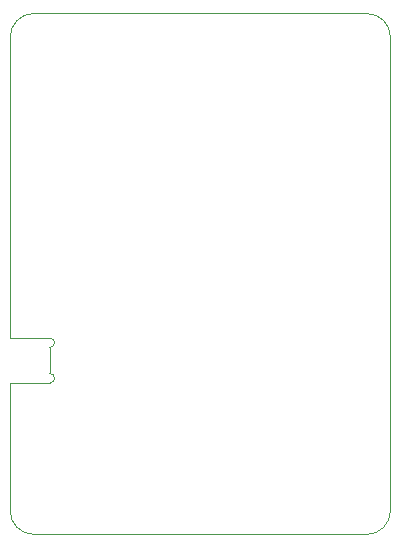
<source format=gm1>
G04*
G04 #@! TF.GenerationSoftware,Altium Limited,Altium Designer,21.6.4 (81)*
G04*
G04 Layer_Color=16711935*
%FSLAX44Y44*%
%MOMM*%
G71*
G04*
G04 #@! TF.SameCoordinates,6DE2C221-B64E-46BB-9673-D02FF606FF1F*
G04*
G04*
G04 #@! TF.FilePolarity,Positive*
G04*
G01*
G75*
%ADD10C,0.1000*%
D10*
X33576Y128270D02*
G03*
X33576Y136270I0J4000D01*
G01*
Y158270D02*
G03*
X33576Y166270I0J4000D01*
G01*
X0Y20000D02*
G03*
X20000Y-0I20000J0D01*
G01*
X302000D02*
G03*
X322000Y20000I0J20000D01*
G01*
X322000Y421000D02*
G03*
X302000Y441000I-20000J0D01*
G01*
X20000D02*
G03*
X0Y421000I0J-20000D01*
G01*
X0Y20000D02*
Y128270D01*
X0Y166270D02*
Y421000D01*
X0Y128270D02*
X33576D01*
Y136270D02*
Y158270D01*
X0Y166270D02*
X33576D01*
X20000Y441000D02*
X302000Y441000D01*
X322000Y421000D02*
X322000Y20000D01*
X20000Y-0D02*
X302000D01*
X33576Y128270D02*
G03*
X33576Y136270I0J4000D01*
G01*
Y158270D02*
G03*
X33576Y166270I0J4000D01*
G01*
X0Y20000D02*
G03*
X20000Y-0I20000J0D01*
G01*
X302000D02*
G03*
X322000Y20000I0J20000D01*
G01*
X322000Y421000D02*
G03*
X302000Y441000I-20000J0D01*
G01*
X20000D02*
G03*
X0Y421000I0J-20000D01*
G01*
X0Y20000D02*
Y128270D01*
X0Y166270D02*
Y421000D01*
X0Y128270D02*
X33576D01*
Y136270D02*
Y158270D01*
X0Y166270D02*
X33576D01*
X20000Y441000D02*
X302000Y441000D01*
X322000Y421000D02*
X322000Y20000D01*
X20000Y-0D02*
X302000D01*
M02*

</source>
